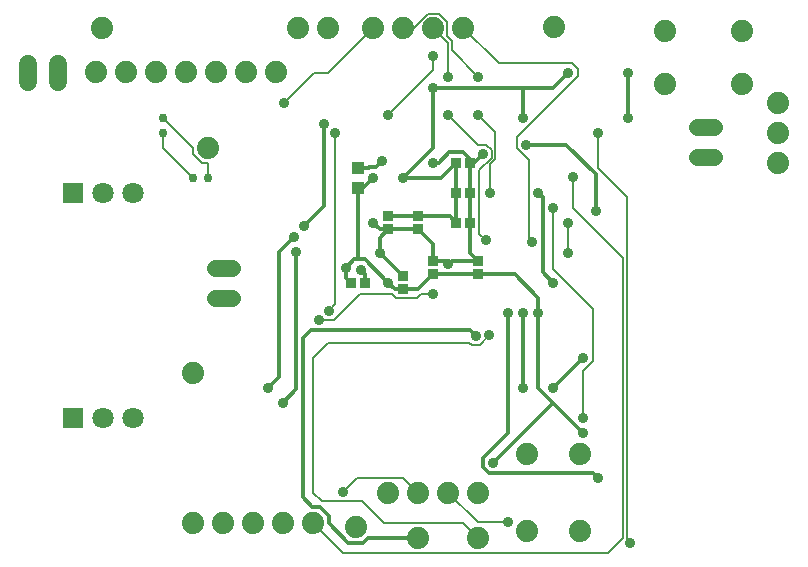
<source format=gbr>
G04 EAGLE Gerber RS-274X export*
G75*
%MOMM*%
%FSLAX34Y34*%
%LPD*%
%INBottom Copper*%
%IPPOS*%
%AMOC8*
5,1,8,0,0,1.08239X$1,22.5*%
G01*
%ADD10R,0.900000X0.850000*%
%ADD11R,0.850000X0.900000*%
%ADD12R,1.000000X1.100000*%
%ADD13C,1.422400*%
%ADD14C,1.524000*%
%ADD15C,1.879600*%
%ADD16R,1.800000X1.800000*%
%ADD17C,1.800000*%
%ADD18C,0.756400*%
%ADD19C,0.152400*%
%ADD20C,0.304800*%
%ADD21C,0.914400*%


D10*
X482600Y374100D03*
X482600Y362500D03*
X508000Y386800D03*
X508000Y375200D03*
X469900Y413300D03*
X469900Y424900D03*
X495300Y413300D03*
X495300Y424900D03*
X546100Y386800D03*
X546100Y375200D03*
D11*
X527600Y469900D03*
X539200Y469900D03*
X539200Y444500D03*
X527600Y444500D03*
X527600Y419100D03*
X539200Y419100D03*
D12*
X444500Y465700D03*
X444500Y448700D03*
D11*
X450300Y368300D03*
X438700Y368300D03*
D13*
X337312Y355600D02*
X323088Y355600D01*
X323088Y381000D02*
X337312Y381000D01*
X731549Y474258D02*
X745773Y474258D01*
X745773Y499658D02*
X731549Y499658D01*
D14*
X165100Y538480D02*
X165100Y553720D01*
X190500Y553720D02*
X190500Y538480D01*
D15*
X406400Y165100D03*
X381000Y165100D03*
X355600Y165100D03*
X330200Y165100D03*
X304800Y165100D03*
X393700Y584200D03*
X419100Y584200D03*
X632206Y223012D03*
X632206Y157988D03*
X586994Y223012D03*
X586994Y157988D03*
X769112Y536194D03*
X704088Y536194D03*
X769112Y581406D03*
X704088Y581406D03*
D16*
X203200Y254000D03*
D17*
X228600Y254000D03*
X254000Y254000D03*
D16*
X203200Y444500D03*
D17*
X228600Y444500D03*
X254000Y444500D03*
D15*
X317500Y482600D03*
X227197Y583669D03*
X609860Y584629D03*
X442766Y161571D03*
X495300Y152400D03*
X304800Y292100D03*
X800100Y520700D03*
X800100Y495300D03*
X800100Y469900D03*
X546100Y152400D03*
X375233Y546676D03*
X349833Y546676D03*
X324433Y546676D03*
X299033Y546676D03*
X273633Y546676D03*
X248233Y546676D03*
X222833Y546676D03*
X457200Y584200D03*
X482600Y584200D03*
X508000Y584200D03*
X533400Y584200D03*
X469900Y190500D03*
X495300Y190500D03*
X520700Y190500D03*
X546100Y190500D03*
D18*
X317500Y457200D03*
D19*
X317500Y469900D01*
X312239Y469900D01*
X304800Y477339D01*
X304800Y482600D01*
X279400Y508000D01*
D18*
X279400Y508000D03*
X304800Y457200D03*
D19*
X279400Y482600D01*
X279400Y495300D01*
D18*
X279400Y495300D03*
D20*
X645922Y459994D02*
X645922Y428752D01*
X645922Y459994D02*
X620776Y485140D01*
X586740Y485140D01*
D21*
X645922Y428752D03*
X586740Y485140D03*
D20*
X508000Y400600D02*
X508000Y386800D01*
X508000Y400600D02*
X495300Y413300D01*
X469900Y413300D01*
X463000Y406400D02*
X463000Y393700D01*
X463000Y406400D02*
X469900Y413300D01*
D21*
X463000Y393700D03*
D20*
X539200Y444500D02*
X539200Y469900D01*
X539200Y419100D02*
X539200Y393700D01*
X546100Y386800D01*
X523664Y386800D01*
X520700Y383836D01*
D21*
X520700Y383836D03*
D20*
X517736Y386800D02*
X508000Y386800D01*
X517736Y386800D02*
X520700Y383836D01*
X482600Y374100D02*
X463000Y393700D01*
X539200Y419100D02*
X539200Y444500D01*
D21*
X549709Y477266D03*
D20*
X542344Y469900D01*
X542097Y469900D02*
X539200Y469900D01*
D21*
X457200Y419100D03*
D20*
X463000Y413300D01*
X469900Y413300D01*
D21*
X464566Y471068D03*
D20*
X453487Y465700D02*
X444500Y465700D01*
X453487Y465700D02*
X453623Y465836D01*
X459334Y465836D01*
X464566Y471068D01*
D21*
X508000Y469900D03*
D20*
X521667Y478464D02*
X533533Y478464D01*
X513103Y469900D02*
X508000Y469900D01*
X542097Y469900D02*
X542344Y469900D01*
X521667Y478464D02*
X513103Y469900D01*
X533533Y478464D02*
X542097Y469900D01*
X450300Y375508D02*
X450300Y368300D01*
X450300Y375508D02*
X446544Y379264D01*
D21*
X446544Y379264D03*
X555593Y323596D03*
D19*
X547171Y315330D02*
X540648Y315330D01*
X555437Y323596D02*
X555593Y323596D01*
X555437Y323596D02*
X547171Y315330D01*
X540648Y315330D02*
X538478Y317500D01*
X419100Y317500D01*
X406400Y304800D01*
X406400Y190500D01*
X413512Y183388D01*
X533400Y165100D02*
X546100Y152400D01*
X533400Y165100D02*
X466017Y165100D01*
X447729Y183388D02*
X413512Y183388D01*
X447729Y183388D02*
X466017Y165100D01*
D20*
X495300Y362500D02*
X508000Y375200D01*
X495300Y362500D02*
X482600Y362500D01*
X508000Y375200D02*
X546100Y375200D01*
X527600Y444500D02*
X527600Y469900D01*
X527600Y444500D02*
X527600Y419100D01*
X521800Y424900D01*
X495300Y424900D01*
X469900Y424900D01*
X444500Y387900D02*
X441312Y387900D01*
X434412Y381000D01*
D21*
X434412Y381000D03*
X596900Y342900D03*
D20*
X596900Y279400D01*
X609600Y266700D01*
D21*
X635000Y241300D03*
D20*
X609600Y266700D01*
D21*
X558800Y215900D03*
D20*
X609600Y266700D01*
D21*
X469900Y368300D03*
X482600Y457200D03*
D20*
X508000Y482600D01*
X508000Y533400D01*
D21*
X508000Y533400D03*
X622300Y546100D03*
D20*
X609600Y533400D01*
X584200Y533400D01*
X508000Y533400D01*
X527600Y469900D02*
X514900Y457200D01*
X482600Y457200D01*
X596900Y355600D02*
X596900Y342900D01*
X596900Y355600D02*
X577300Y375200D01*
X546100Y375200D01*
X448700Y448700D02*
X444500Y448700D01*
X448700Y448700D02*
X457200Y457200D01*
D21*
X457200Y457200D03*
D20*
X450300Y387900D02*
X469900Y368300D01*
X450300Y387900D02*
X444500Y387900D01*
X434412Y381000D02*
X434412Y372588D01*
X438700Y368300D01*
X475700Y362500D02*
X482600Y362500D01*
X475700Y362500D02*
X469900Y368300D01*
X444500Y387900D02*
X444500Y448700D01*
D21*
X584200Y508000D03*
D20*
X584200Y533400D01*
D21*
X543909Y323204D03*
D20*
X539104Y328009D01*
X404209Y328009D01*
X397723Y321523D01*
X397723Y186477D02*
X405638Y178562D01*
X411976Y178562D01*
X419862Y170676D01*
X419862Y164338D01*
X448342Y148109D02*
X452633Y152400D01*
X495300Y152400D01*
X436091Y148109D02*
X419862Y164338D01*
X436091Y148109D02*
X448342Y148109D01*
X397723Y186477D02*
X397723Y321523D01*
D21*
X673100Y546100D03*
D20*
X673100Y508000D01*
D21*
X673100Y508000D03*
X596900Y444500D03*
X609600Y368300D03*
D20*
X600710Y440690D02*
X596900Y444500D01*
X600710Y440690D02*
X600710Y377190D01*
X415290Y433070D02*
X398780Y416560D01*
X415290Y433070D02*
X415290Y502666D01*
D21*
X398780Y416560D03*
X415290Y502666D03*
D20*
X600710Y377190D02*
X609600Y368300D01*
D21*
X609600Y431800D03*
X635000Y254000D03*
D19*
X609600Y379436D02*
X609600Y431800D01*
X635000Y293664D02*
X635000Y254000D01*
X635000Y293664D02*
X642874Y301538D01*
X642874Y346162D02*
X609600Y379436D01*
X642874Y346162D02*
X642874Y301538D01*
D21*
X626305Y457788D03*
D19*
X626305Y431310D01*
X655574Y139700D02*
X431800Y139700D01*
X668274Y389342D02*
X626305Y431310D01*
X406400Y165100D02*
X431800Y139700D01*
X655574Y139700D02*
X668274Y152400D01*
X668274Y389342D01*
D21*
X591746Y402416D03*
D19*
X630174Y542838D02*
X630174Y549362D01*
X625562Y553974D01*
X588952Y471792D02*
X588952Y405210D01*
X591746Y402416D01*
X588952Y471792D02*
X578866Y481878D01*
X563626Y553974D02*
X533400Y584200D01*
X563626Y553974D02*
X625562Y553974D01*
X578866Y491530D02*
X578866Y481878D01*
X578866Y491530D02*
X630174Y542838D01*
D21*
X390091Y407232D03*
D20*
X377031Y394172D01*
X377031Y288131D01*
X368300Y279400D01*
D21*
X368300Y279400D03*
X392135Y394411D03*
D20*
X392135Y277835D01*
X381000Y266700D01*
D21*
X381000Y266700D03*
X647700Y203200D03*
D20*
X555223Y207264D02*
X550164Y212323D01*
X550164Y219477D01*
X571500Y240813D02*
X571500Y342900D01*
X571500Y240813D02*
X550164Y219477D01*
X643636Y207264D02*
X647700Y203200D01*
X643636Y207264D02*
X555223Y207264D01*
D21*
X571500Y342900D03*
X635000Y304800D03*
D20*
X609600Y279400D01*
D21*
X609600Y279400D03*
X584200Y279400D03*
D20*
X584200Y342900D01*
D21*
X584200Y342900D03*
X381864Y520700D03*
D19*
X407264Y546100D01*
X419100Y546100D01*
X457200Y584200D01*
D21*
X552450Y404114D03*
X520700Y510212D03*
D19*
X557583Y480527D02*
X557583Y474004D01*
X557583Y480527D02*
X552971Y485140D01*
X546862Y463283D02*
X546862Y409702D01*
X552450Y404114D01*
X545772Y485140D02*
X520700Y510212D01*
X557583Y474004D02*
X546862Y463283D01*
X545772Y485140D02*
X552971Y485140D01*
D21*
X520700Y542544D03*
D19*
X520700Y571500D01*
X508000Y584200D01*
D21*
X556188Y444500D03*
X546100Y510212D03*
D19*
X556188Y468298D02*
X556188Y444500D01*
X556188Y468298D02*
X560631Y472742D01*
X560631Y495681D01*
X546100Y510212D01*
D21*
X546100Y542544D03*
D19*
X523748Y564896D01*
X523748Y572763D01*
X519684Y589040D02*
X512840Y595884D01*
X503160Y595884D01*
X519684Y576827D02*
X523748Y572763D01*
X491476Y584200D02*
X482600Y584200D01*
X519684Y589040D02*
X519684Y576827D01*
X503160Y595884D02*
X491476Y584200D01*
D21*
X622300Y393700D03*
D19*
X622300Y419100D01*
D21*
X622300Y419100D03*
X508000Y358212D03*
D19*
X445734Y358212D02*
X424168Y336645D01*
X411214Y336645D01*
D21*
X411214Y336645D03*
D19*
X497837Y358212D02*
X508000Y358212D01*
X473163Y358212D02*
X445734Y358212D01*
X494573Y354948D02*
X497837Y358212D01*
X494573Y354948D02*
X476427Y354948D01*
X473163Y358212D01*
D21*
X469900Y510212D03*
D19*
X508000Y548312D01*
X508000Y559816D01*
D21*
X508000Y559816D03*
X647700Y495300D03*
X674584Y147574D03*
D19*
X647700Y465041D02*
X647700Y495300D01*
X672338Y149820D02*
X674584Y147574D01*
X672338Y440403D02*
X647700Y465041D01*
X672338Y440403D02*
X672338Y149820D01*
D21*
X571129Y165471D03*
D19*
X545729Y165471D01*
X520700Y190500D01*
D21*
X425196Y495300D03*
D19*
X425196Y349852D01*
X419864Y344519D01*
D21*
X419864Y344519D03*
X431800Y191262D03*
D19*
X443738Y203200D02*
X482600Y203200D01*
X443738Y203200D02*
X431800Y191262D01*
X482600Y203200D02*
X495300Y190500D01*
M02*

</source>
